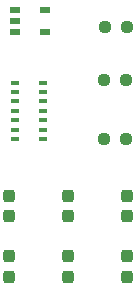
<source format=gbr>
%TF.GenerationSoftware,KiCad,Pcbnew,9.0.6*%
%TF.CreationDate,2026-02-18T16:24:27-08:00*%
%TF.ProjectId,sensor_ppg,73656e73-6f72-45f7-9070-672e6b696361,rev?*%
%TF.SameCoordinates,Original*%
%TF.FileFunction,Paste,Top*%
%TF.FilePolarity,Positive*%
%FSLAX46Y46*%
G04 Gerber Fmt 4.6, Leading zero omitted, Abs format (unit mm)*
G04 Created by KiCad (PCBNEW 9.0.6) date 2026-02-18 16:24:27*
%MOMM*%
%LPD*%
G01*
G04 APERTURE LIST*
G04 Aperture macros list*
%AMRoundRect*
0 Rectangle with rounded corners*
0 $1 Rounding radius*
0 $2 $3 $4 $5 $6 $7 $8 $9 X,Y pos of 4 corners*
0 Add a 4 corners polygon primitive as box body*
4,1,4,$2,$3,$4,$5,$6,$7,$8,$9,$2,$3,0*
0 Add four circle primitives for the rounded corners*
1,1,$1+$1,$2,$3*
1,1,$1+$1,$4,$5*
1,1,$1+$1,$6,$7*
1,1,$1+$1,$8,$9*
0 Add four rect primitives between the rounded corners*
20,1,$1+$1,$2,$3,$4,$5,0*
20,1,$1+$1,$4,$5,$6,$7,0*
20,1,$1+$1,$6,$7,$8,$9,0*
20,1,$1+$1,$8,$9,$2,$3,0*%
G04 Aperture macros list end*
%ADD10R,0.750000X0.350000*%
%ADD11R,0.952500X0.508000*%
%ADD12RoundRect,0.237500X0.237500X-0.300000X0.237500X0.300000X-0.237500X0.300000X-0.237500X-0.300000X0*%
%ADD13RoundRect,0.237500X-0.250000X-0.237500X0.250000X-0.237500X0.250000X0.237500X-0.250000X0.237500X0*%
G04 APERTURE END LIST*
D10*
%TO.C,U1*%
X124400000Y-85000000D03*
X124400000Y-84200000D03*
X124400000Y-83400000D03*
X124400000Y-82600000D03*
X124400000Y-81800000D03*
X124400000Y-81000000D03*
X124400000Y-80200000D03*
X122000000Y-80200000D03*
X122000000Y-81000000D03*
X122000000Y-81800000D03*
X122000000Y-82600000D03*
X122000000Y-83400000D03*
X122000000Y-84200000D03*
X122000000Y-85000000D03*
%TD*%
D11*
%TO.C,U3*%
X124552700Y-74049999D03*
X124552700Y-75950001D03*
X122000000Y-75950001D03*
X122000000Y-75000000D03*
X122000000Y-74049999D03*
%TD*%
D12*
%TO.C,C1*%
X121500000Y-91500000D03*
X121500000Y-89775000D03*
%TD*%
D13*
%TO.C,R1*%
X131412500Y-85000000D03*
X129587500Y-85000000D03*
%TD*%
D12*
%TO.C,C6*%
X131500000Y-94912500D03*
X131500000Y-96637500D03*
%TD*%
%TO.C,C4*%
X126500000Y-94912500D03*
X126500000Y-96637500D03*
%TD*%
%TO.C,C3*%
X126500000Y-89775000D03*
X126500000Y-91500000D03*
%TD*%
%TO.C,C2*%
X121500000Y-94912500D03*
X121500000Y-96637500D03*
%TD*%
%TO.C,C5*%
X131500000Y-89775000D03*
X131500000Y-91500000D03*
%TD*%
D13*
%TO.C,R3*%
X131500000Y-75500000D03*
X129675000Y-75500000D03*
%TD*%
%TO.C,R2*%
X131412500Y-80000000D03*
X129587500Y-80000000D03*
%TD*%
M02*

</source>
